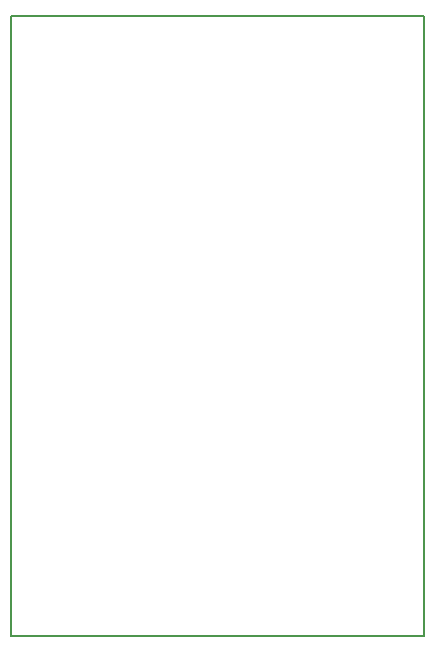
<source format=gbr>
G04 (created by PCBNEW-RS274X (2012-05-18 BZR 3565)-testing) date 5/24/2012 1:48:57 AM*
%MOIN*%
G04 Gerber Fmt 3.4, Leading zero omitted, Abs format*
%FSLAX34Y34*%
G01*
G70*
G90*
G04 APERTURE LIST*
%ADD10C,0.006*%
%ADD11C,0.005*%
G04 APERTURE END LIST*
G54D10*
G54D11*
X41339Y-31496D02*
X41339Y-52165D01*
X55118Y-31496D02*
X41339Y-31496D01*
X55118Y-52165D02*
X55118Y-31496D01*
X41339Y-52165D02*
X55118Y-52165D01*
M02*

</source>
